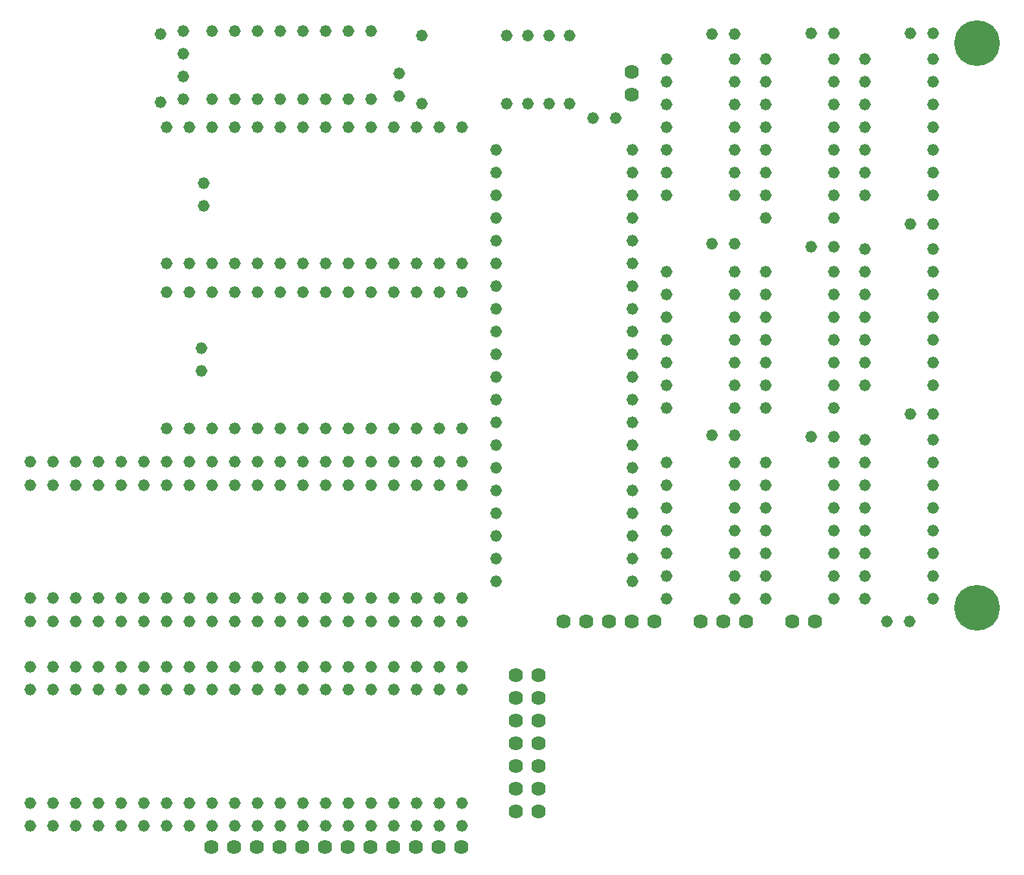
<source format=gts>
G75*
%MOIN*%
%OFA0B0*%
%FSLAX25Y25*%
%IPPOS*%
%LPD*%
%AMOC8*
5,1,8,0,0,1.08239X$1,22.5*
%
%ADD10C,0.05194*%
%ADD11C,0.06394*%
%ADD12C,0.20142*%
D10*
X0011300Y0018700D03*
X0021300Y0018700D03*
X0031300Y0018700D03*
X0041300Y0018700D03*
X0051300Y0018700D03*
X0061300Y0018700D03*
X0071300Y0018700D03*
X0081300Y0018700D03*
X0091300Y0018700D03*
X0101300Y0018700D03*
X0111300Y0018700D03*
X0121300Y0018700D03*
X0131300Y0018700D03*
X0141300Y0018700D03*
X0151300Y0018700D03*
X0161300Y0018700D03*
X0171300Y0018700D03*
X0181300Y0018700D03*
X0191300Y0018700D03*
X0201300Y0018700D03*
X0201300Y0028750D03*
X0191300Y0028750D03*
X0181300Y0028750D03*
X0171300Y0028750D03*
X0161300Y0028750D03*
X0151300Y0028750D03*
X0141300Y0028750D03*
X0131300Y0028750D03*
X0121300Y0028750D03*
X0111300Y0028750D03*
X0101300Y0028750D03*
X0091300Y0028750D03*
X0081300Y0028750D03*
X0071300Y0028750D03*
X0061300Y0028750D03*
X0051300Y0028750D03*
X0041300Y0028750D03*
X0031300Y0028750D03*
X0021300Y0028750D03*
X0011300Y0028750D03*
X0011300Y0078700D03*
X0021300Y0078700D03*
X0031300Y0078700D03*
X0041300Y0078700D03*
X0051300Y0078700D03*
X0061300Y0078700D03*
X0071300Y0078700D03*
X0081300Y0078700D03*
X0091300Y0078700D03*
X0101300Y0078700D03*
X0111300Y0078700D03*
X0121300Y0078700D03*
X0131300Y0078700D03*
X0141300Y0078700D03*
X0151300Y0078700D03*
X0161300Y0078700D03*
X0171300Y0078700D03*
X0181300Y0078700D03*
X0191300Y0078700D03*
X0201300Y0078700D03*
X0201300Y0088750D03*
X0191300Y0088750D03*
X0181300Y0088750D03*
X0171300Y0088750D03*
X0161300Y0088750D03*
X0151300Y0088750D03*
X0141300Y0088750D03*
X0131300Y0088750D03*
X0121300Y0088750D03*
X0111300Y0088750D03*
X0101300Y0088750D03*
X0091300Y0088750D03*
X0081300Y0088750D03*
X0071300Y0088750D03*
X0061300Y0088750D03*
X0051300Y0088750D03*
X0041300Y0088750D03*
X0031300Y0088750D03*
X0021300Y0088750D03*
X0011300Y0088750D03*
X0011300Y0108527D03*
X0021300Y0108527D03*
X0031300Y0108527D03*
X0041300Y0108527D03*
X0051300Y0108527D03*
X0061300Y0108527D03*
X0071300Y0108527D03*
X0081300Y0108527D03*
X0091300Y0108527D03*
X0101300Y0108527D03*
X0111300Y0108527D03*
X0121300Y0108527D03*
X0131300Y0108527D03*
X0141300Y0108527D03*
X0151300Y0108527D03*
X0161300Y0108527D03*
X0171300Y0108527D03*
X0181300Y0108527D03*
X0191300Y0108527D03*
X0201300Y0108527D03*
X0201300Y0118873D03*
X0191300Y0118873D03*
X0181300Y0118873D03*
X0171300Y0118873D03*
X0161300Y0118873D03*
X0151300Y0118873D03*
X0141300Y0118873D03*
X0131300Y0118873D03*
X0121300Y0118873D03*
X0111300Y0118873D03*
X0101300Y0118873D03*
X0091300Y0118873D03*
X0081300Y0118873D03*
X0071300Y0118873D03*
X0061300Y0118873D03*
X0051300Y0118873D03*
X0041300Y0118873D03*
X0031300Y0118873D03*
X0021300Y0118873D03*
X0011300Y0118873D03*
X0011300Y0168527D03*
X0021300Y0168527D03*
X0031300Y0168527D03*
X0041300Y0168527D03*
X0051300Y0168527D03*
X0061300Y0168527D03*
X0071300Y0168527D03*
X0081300Y0168527D03*
X0091300Y0168527D03*
X0101300Y0168527D03*
X0111300Y0168527D03*
X0121300Y0168527D03*
X0131300Y0168527D03*
X0141300Y0168527D03*
X0151300Y0168527D03*
X0161300Y0168527D03*
X0171300Y0168527D03*
X0181300Y0168527D03*
X0191300Y0168527D03*
X0201300Y0168527D03*
X0201300Y0178873D03*
X0191300Y0178873D03*
X0181300Y0178873D03*
X0171300Y0178873D03*
X0161300Y0178873D03*
X0151300Y0178873D03*
X0141300Y0178873D03*
X0131300Y0178873D03*
X0121300Y0178873D03*
X0111300Y0178873D03*
X0101300Y0178873D03*
X0091300Y0178873D03*
X0081300Y0178873D03*
X0071300Y0178873D03*
X0061300Y0178873D03*
X0051300Y0178873D03*
X0041300Y0178873D03*
X0031300Y0178873D03*
X0021300Y0178873D03*
X0011300Y0178873D03*
X0071300Y0193700D03*
X0081300Y0193700D03*
X0091300Y0193700D03*
X0101300Y0193700D03*
X0111300Y0193700D03*
X0121300Y0193700D03*
X0131300Y0193700D03*
X0141300Y0193700D03*
X0151300Y0193700D03*
X0161300Y0193700D03*
X0171300Y0193700D03*
X0181300Y0193700D03*
X0191300Y0193700D03*
X0201300Y0193700D03*
X0216300Y0196200D03*
X0216300Y0186200D03*
X0216300Y0176200D03*
X0216300Y0166200D03*
X0216300Y0156200D03*
X0216300Y0146200D03*
X0216300Y0136200D03*
X0216300Y0126200D03*
X0276300Y0126200D03*
X0276300Y0136200D03*
X0276300Y0146200D03*
X0276300Y0156200D03*
X0276300Y0166200D03*
X0276300Y0176200D03*
X0276300Y0186200D03*
X0276300Y0196200D03*
X0276300Y0206200D03*
X0276300Y0216200D03*
X0276300Y0226200D03*
X0276300Y0236200D03*
X0276300Y0246200D03*
X0276300Y0256200D03*
X0276300Y0266200D03*
X0276300Y0276200D03*
X0276300Y0286200D03*
X0276300Y0296200D03*
X0276300Y0306200D03*
X0276300Y0316200D03*
X0291300Y0316200D03*
X0291300Y0306200D03*
X0291300Y0296200D03*
X0311300Y0274900D03*
X0321300Y0274900D03*
X0321300Y0262450D03*
X0321300Y0252450D03*
X0321300Y0242450D03*
X0321300Y0232450D03*
X0321300Y0222450D03*
X0321300Y0212450D03*
X0321300Y0202450D03*
X0321300Y0190550D03*
X0311300Y0190550D03*
X0321300Y0178700D03*
X0321300Y0168700D03*
X0321300Y0158700D03*
X0321300Y0148700D03*
X0321300Y0138700D03*
X0321300Y0128700D03*
X0321300Y0118700D03*
X0335050Y0118700D03*
X0335050Y0128700D03*
X0335050Y0138700D03*
X0335050Y0148700D03*
X0335050Y0158700D03*
X0335050Y0168700D03*
X0335050Y0178700D03*
X0355050Y0189950D03*
X0365050Y0189950D03*
X0365050Y0178700D03*
X0365050Y0168700D03*
X0365050Y0158700D03*
X0365050Y0148700D03*
X0365050Y0138700D03*
X0365050Y0128700D03*
X0365050Y0118700D03*
X0378800Y0118700D03*
X0378800Y0128700D03*
X0378800Y0138700D03*
X0378800Y0148700D03*
X0378800Y0158700D03*
X0378800Y0168700D03*
X0378800Y0178700D03*
X0378800Y0188700D03*
X0365050Y0202450D03*
X0365050Y0212450D03*
X0365050Y0222450D03*
X0365050Y0232450D03*
X0365050Y0242450D03*
X0365050Y0252450D03*
X0365050Y0262450D03*
X0365050Y0273700D03*
X0355050Y0273700D03*
X0365050Y0286200D03*
X0365050Y0296200D03*
X0365050Y0306200D03*
X0365050Y0316200D03*
X0365050Y0326200D03*
X0365050Y0336200D03*
X0365050Y0346200D03*
X0365050Y0356200D03*
X0365050Y0367450D03*
X0355050Y0367450D03*
X0335050Y0356200D03*
X0335050Y0346200D03*
X0335050Y0336200D03*
X0335050Y0326200D03*
X0335050Y0316200D03*
X0335050Y0306200D03*
X0335050Y0296200D03*
X0335050Y0286200D03*
X0321300Y0296200D03*
X0321300Y0306200D03*
X0321300Y0316200D03*
X0321300Y0326200D03*
X0321300Y0336200D03*
X0321300Y0346200D03*
X0321300Y0356200D03*
X0321300Y0367300D03*
X0311300Y0367300D03*
X0291300Y0356200D03*
X0291300Y0346200D03*
X0291300Y0336200D03*
X0291300Y0326200D03*
X0269100Y0330100D03*
X0259100Y0330100D03*
X0248750Y0336550D03*
X0239550Y0336550D03*
X0230350Y0336550D03*
X0221050Y0336600D03*
X0201300Y0326200D03*
X0191300Y0326200D03*
X0181300Y0326200D03*
X0171300Y0326200D03*
X0161300Y0326200D03*
X0151300Y0326200D03*
X0141300Y0326200D03*
X0131300Y0326200D03*
X0121300Y0326200D03*
X0111300Y0326200D03*
X0101300Y0326200D03*
X0091300Y0326200D03*
X0081300Y0326200D03*
X0071300Y0326200D03*
X0068800Y0337300D03*
X0078800Y0338700D03*
X0078800Y0348700D03*
X0078800Y0358700D03*
X0078800Y0368700D03*
X0068800Y0367300D03*
X0091300Y0368700D03*
X0101300Y0368700D03*
X0111300Y0368700D03*
X0121300Y0368700D03*
X0131300Y0368700D03*
X0141300Y0368700D03*
X0151300Y0368700D03*
X0161300Y0368700D03*
X0183600Y0366600D03*
X0173800Y0349950D03*
X0173800Y0339950D03*
X0183600Y0336600D03*
X0161300Y0338700D03*
X0151300Y0338700D03*
X0141300Y0338700D03*
X0131300Y0338700D03*
X0121300Y0338700D03*
X0111300Y0338700D03*
X0101300Y0338700D03*
X0091300Y0338700D03*
X0087700Y0301500D03*
X0087700Y0291500D03*
X0091300Y0266200D03*
X0081300Y0266200D03*
X0071300Y0266200D03*
X0071300Y0253700D03*
X0081300Y0253700D03*
X0091300Y0253700D03*
X0101300Y0253700D03*
X0111300Y0253700D03*
X0121300Y0253700D03*
X0131300Y0253700D03*
X0141300Y0253700D03*
X0151300Y0253700D03*
X0161300Y0253700D03*
X0171300Y0253700D03*
X0181300Y0253700D03*
X0191300Y0253700D03*
X0201300Y0253700D03*
X0201300Y0266200D03*
X0191300Y0266200D03*
X0181300Y0266200D03*
X0171300Y0266200D03*
X0161300Y0266200D03*
X0151300Y0266200D03*
X0141300Y0266200D03*
X0131300Y0266200D03*
X0121300Y0266200D03*
X0111300Y0266200D03*
X0101300Y0266200D03*
X0086500Y0228900D03*
X0086500Y0218900D03*
X0216300Y0216200D03*
X0216300Y0226200D03*
X0216300Y0236200D03*
X0216300Y0246200D03*
X0216300Y0256200D03*
X0216300Y0266200D03*
X0216300Y0276200D03*
X0216300Y0286200D03*
X0216300Y0296200D03*
X0216300Y0306200D03*
X0216300Y0316200D03*
X0221050Y0366600D03*
X0230350Y0366550D03*
X0239550Y0366550D03*
X0248750Y0366550D03*
X0291300Y0262450D03*
X0291300Y0252450D03*
X0291300Y0242450D03*
X0291300Y0232450D03*
X0291300Y0222450D03*
X0291300Y0212450D03*
X0291300Y0202450D03*
X0291300Y0178700D03*
X0291300Y0168700D03*
X0291300Y0158700D03*
X0291300Y0148700D03*
X0291300Y0138700D03*
X0291300Y0128700D03*
X0291300Y0118700D03*
X0335050Y0202450D03*
X0335050Y0212450D03*
X0335050Y0222450D03*
X0335050Y0232450D03*
X0335050Y0242450D03*
X0335050Y0252450D03*
X0335050Y0262450D03*
X0378800Y0262450D03*
X0378800Y0252450D03*
X0378800Y0242450D03*
X0378800Y0232450D03*
X0378800Y0222450D03*
X0378800Y0212450D03*
X0398800Y0199950D03*
X0408800Y0199950D03*
X0408800Y0188700D03*
X0408800Y0178700D03*
X0408800Y0168700D03*
X0408800Y0158700D03*
X0408800Y0148700D03*
X0408800Y0138700D03*
X0408800Y0128700D03*
X0408800Y0118700D03*
X0398150Y0108700D03*
X0388150Y0108700D03*
X0408800Y0212450D03*
X0408800Y0222450D03*
X0408800Y0232450D03*
X0408800Y0242450D03*
X0408800Y0252450D03*
X0408800Y0262450D03*
X0408800Y0272450D03*
X0408800Y0283700D03*
X0398800Y0283700D03*
X0408800Y0296200D03*
X0408800Y0306200D03*
X0408800Y0316200D03*
X0408800Y0326200D03*
X0408800Y0336200D03*
X0408800Y0346200D03*
X0408800Y0356200D03*
X0408800Y0367450D03*
X0398800Y0367450D03*
X0378800Y0356200D03*
X0378800Y0346200D03*
X0378800Y0336200D03*
X0378800Y0326200D03*
X0378800Y0316200D03*
X0378800Y0306200D03*
X0378800Y0296200D03*
X0378800Y0272450D03*
X0216300Y0206200D03*
D11*
X0245900Y0108700D03*
X0255900Y0108700D03*
X0265900Y0108700D03*
X0275900Y0108700D03*
X0285900Y0108700D03*
X0306300Y0108700D03*
X0316300Y0108700D03*
X0326300Y0108700D03*
X0346500Y0108700D03*
X0356500Y0108700D03*
X0235050Y0084950D03*
X0235050Y0074950D03*
X0235050Y0064950D03*
X0235050Y0054950D03*
X0235050Y0044950D03*
X0235050Y0034950D03*
X0235050Y0024950D03*
X0225050Y0024950D03*
X0225050Y0034950D03*
X0225050Y0044950D03*
X0225050Y0054950D03*
X0225050Y0064950D03*
X0225050Y0074950D03*
X0225050Y0084950D03*
X0201050Y0009300D03*
X0191050Y0009300D03*
X0181050Y0009300D03*
X0171050Y0009300D03*
X0161050Y0009300D03*
X0151050Y0009300D03*
X0141050Y0009300D03*
X0131050Y0009300D03*
X0121050Y0009300D03*
X0111050Y0009300D03*
X0101050Y0009300D03*
X0091050Y0009300D03*
X0276100Y0340550D03*
X0276100Y0350550D03*
D12*
X0427900Y0363109D03*
X0427900Y0114700D03*
M02*

</source>
